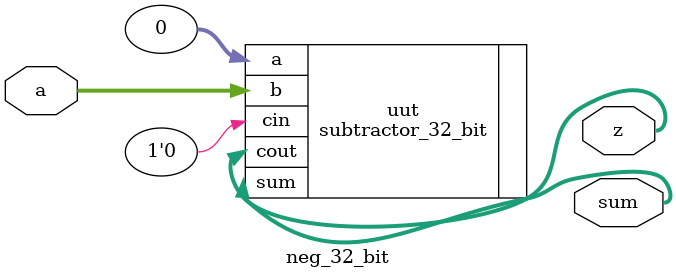
<source format=v>
module neg_32_bit(
	input signed [31:0] a,
	output wire signed [31:0] sum,
	output signed [31:0] z 
);
	subtractor_32_bit uut(.a(32'b0), .b(a), .cin(1'b0), .sum(sum), .cout(z));
endmodule
</source>
